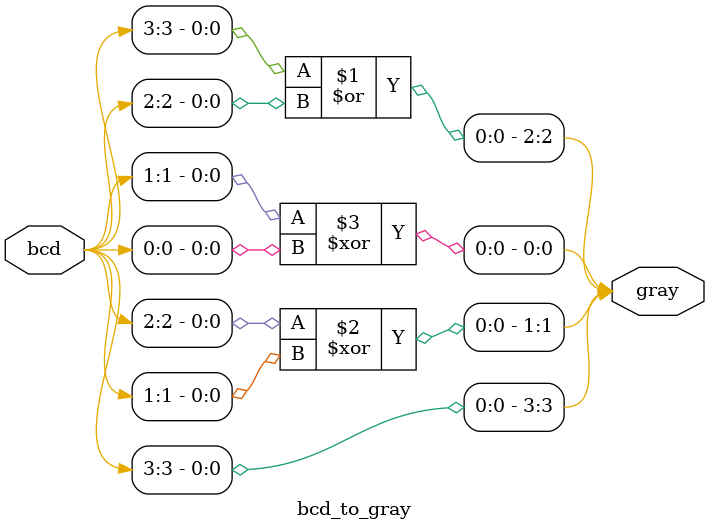
<source format=v>

module bcd_to_gray(
    input [3:0] bcd,
    output reg [3:0] gray
);

assign gray[3] = bcd[3];
assign gray[2] = bcd[3] | bcd[2];
assign gray[1] = bcd[2] ^ bcd[1];
assign gray[0] = bcd[1] ^ bcd[0];

endmodule

</source>
